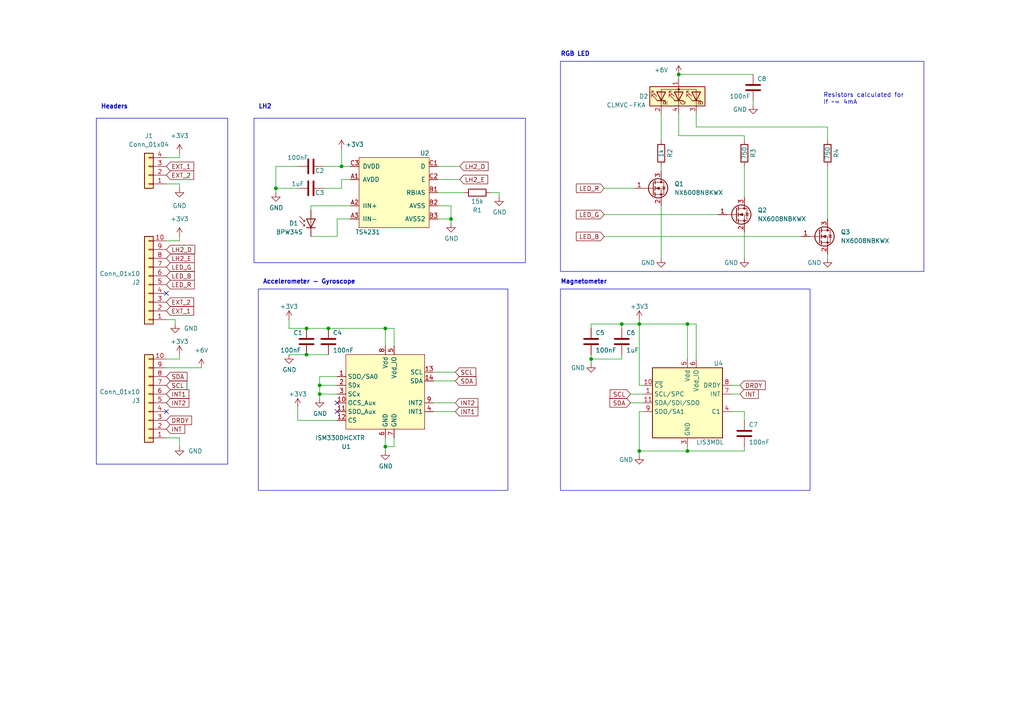
<source format=kicad_sch>
(kicad_sch (version 20230121) (generator eeschema)
  (paper "A4")
  (title_block (title "DotBot lighthouse shield") (date "2023-06-09") (rev "0.1.0") (company "Inria"))
  (lib_symbols
    (symbol "Connector_Generic:Conn_01x04" (pin_names (offset 1.016) hide)
      (property "Reference" "J" (at 0 5.08 0))
      (property "Value" "Conn_01x04" (at 0 -7.62 0))
      (symbol "Conn_01x04_1_1"
        (rectangle (start -1.27 -4.953) (end 0 -5.207) (stroke (width 0.1524)))
        (rectangle (start -1.27 -2.413) (end 0 -2.667) (stroke (width 0.1524)))
        (rectangle (start -1.27 0.127) (end 0 -0.127) (stroke (width 0.1524)))
        (rectangle (start -1.27 2.667) (end 0 2.413) (stroke (width 0.1524)))
        (rectangle (start -1.27 3.81) (end 1.27 -6.35) (stroke (width 0.254)) (fill (type background)))
        (pin passive line (at -5.08 2.54 0) (length 3.81) (name "Pin_1") (number "1"))
        (pin passive line (at -5.08 0 0) (length 3.81) (name "Pin_2") (number "2"))
        (pin passive line (at -5.08 -2.54 0) (length 3.81) (name "Pin_3") (number "3"))
        (pin passive line (at -5.08 -5.08 0) (length 3.81) (name "Pin_4") (number "4"))
      )
    )
    (symbol "Connector_Generic:Conn_01x10" (pin_names (offset 1.016) hide)
      (property "Reference" "J" (at 0 12.7 0))
      (property "Value" "Conn_01x10" (at 0 -15.24 0))
      (symbol "Conn_01x10_1_1"
        (rectangle (start -1.27 -12.573) (end 0 -12.827) (stroke (width 0.1524)))
        (rectangle (start -1.27 -10.033) (end 0 -10.287) (stroke (width 0.1524)))
        (rectangle (start -1.27 -7.493) (end 0 -7.747) (stroke (width 0.1524)))
        (rectangle (start -1.27 -4.953) (end 0 -5.207) (stroke (width 0.1524)))
        (rectangle (start -1.27 -2.413) (end 0 -2.667) (stroke (width 0.1524)))
        (rectangle (start -1.27 0.127) (end 0 -0.127) (stroke (width 0.1524)))
        (rectangle (start -1.27 2.667) (end 0 2.413) (stroke (width 0.1524)))
        (rectangle (start -1.27 5.207) (end 0 4.953) (stroke (width 0.1524)))
        (rectangle (start -1.27 7.747) (end 0 7.493) (stroke (width 0.1524)))
        (rectangle (start -1.27 10.287) (end 0 10.033) (stroke (width 0.1524)))
        (rectangle (start -1.27 11.43) (end 1.27 -13.97) (stroke (width 0.254)) (fill (type background)))
        (pin passive line (at -5.08 10.16 0) (length 3.81) (name "Pin_1") (number "1"))
        (pin passive line (at -5.08 -12.7 0) (length 3.81) (name "Pin_10") (number "10"))
        (pin passive line (at -5.08 7.62 0) (length 3.81) (name "Pin_2") (number "2"))
        (pin passive line (at -5.08 5.08 0) (length 3.81) (name "Pin_3") (number "3"))
        (pin passive line (at -5.08 2.54 0) (length 3.81) (name "Pin_4") (number "4"))
        (pin passive line (at -5.08 0 0) (length 3.81) (name "Pin_5") (number "5"))
        (pin passive line (at -5.08 -2.54 0) (length 3.81) (name "Pin_6") (number "6"))
        (pin passive line (at -5.08 -5.08 0) (length 3.81) (name "Pin_7") (number "7"))
        (pin passive line (at -5.08 -7.62 0) (length 3.81) (name "Pin_8") (number "8"))
        (pin passive line (at -5.08 -10.16 0) (length 3.81) (name "Pin_9") (number "9"))
      )
    )
    (symbol "Device:C" (pin_numbers hide) (pin_names (offset 0.254))
      (property "Reference" "C" (at 0.635 2.54 0))
      (property "Value" "C" (at 0.635 -2.54 0))
      (symbol "C_0_1"
        (polyline (pts (xy -2.032 -0.762) (xy 2.032 -0.762)) (stroke (width 0.508)))
        (polyline (pts (xy -2.032 0.762) (xy 2.032 0.762)) (stroke (width 0.508)))
      )
      (symbol "C_1_1"
        (pin passive line (at 0 3.81 270) (length 2.794) (name "~") (number "1"))
        (pin passive line (at 0 -3.81 90) (length 2.794) (name "~") (number "2"))
      )
    )
    (symbol "Device:D_Photo" (pin_numbers hide) (pin_names hide)
      (property "Reference" "D" (at 0.508 1.778 0))
      (property "Value" "D_Photo" (at -1.016 -2.794 0))
      (symbol "D_Photo_0_1"
        (polyline (pts (xy -2.54 1.27) (xy -2.54 -1.27)) (stroke (width 0.254)))
        (polyline (pts (xy -2.032 1.778) (xy -1.524 1.778)))
        (polyline (pts (xy 0 0) (xy -2.54 0)))
        (polyline (pts (xy -0.508 3.302) (xy -2.032 1.778) (xy -2.032 2.286)))
        (polyline (pts (xy 0 -1.27) (xy 0 1.27) (xy -2.54 0) (xy 0 -1.27)) (stroke (width 0.254)))
        (polyline (pts (xy 0.762 3.302) (xy -0.762 1.778) (xy -0.762 2.286) (xy -0.762 1.778) (xy -0.254 1.778)))
      )
      (symbol "D_Photo_1_1"
        (pin passive line (at -5.08 0 0) (length 2.54) (name "K") (number "1"))
        (pin passive line (at 2.54 0 180) (length 2.54) (name "A") (number "2"))
      )
    )
    (symbol "Device:LED_ARBG" (pin_names (offset 0) hide)
      (property "Reference" "D" (at 0 9.398 0))
      (property "Value" "LED_ARBG" (at 0 -8.89 0))
      (symbol "LED_ARBG_0_0"
        (text "B" (at -1.905 -6.35 0) (effects (font (size 1.27 1.27))))
        (text "G" (at -1.905 -1.27 0) (effects (font (size 1.27 1.27))))
        (text "R" (at -1.905 3.81 0) (effects (font (size 1.27 1.27))))
      )
      (symbol "LED_ARBG_0_1"
        (polyline (pts (xy -1.27 -5.08) (xy -2.54 -5.08)))
        (polyline (pts (xy -1.27 -5.08) (xy 1.27 -5.08)))
        (polyline (pts (xy -1.27 -3.81) (xy -1.27 -6.35)) (stroke (width 0.254)))
        (polyline (pts (xy -1.27 0) (xy -2.54 0)))
        (polyline (pts (xy -1.27 1.27) (xy -1.27 -1.27)) (stroke (width 0.254)))
        (polyline (pts (xy -1.27 5.08) (xy -2.54 5.08)))
        (polyline (pts (xy -1.27 5.08) (xy 1.27 5.08)))
        (polyline (pts (xy -1.27 6.35) (xy -1.27 3.81)) (stroke (width 0.254)))
        (polyline (pts (xy 1.27 0) (xy -1.27 0)))
        (polyline (pts (xy 1.27 0) (xy 2.54 0)))
        (polyline (pts (xy -1.27 1.27) (xy -1.27 -1.27) (xy -1.27 -1.27)))
        (polyline (pts (xy -1.27 6.35) (xy -1.27 3.81) (xy -1.27 3.81)))
        (polyline (pts (xy 1.27 -5.08) (xy 2.032 -5.08) (xy 2.032 5.08) (xy 1.27 5.08)))
        (polyline (pts (xy 1.27 -3.81) (xy 1.27 -6.35) (xy -1.27 -5.08) (xy 1.27 -3.81)) (stroke (width 0.254)))
        (polyline (pts (xy 1.27 1.27) (xy 1.27 -1.27) (xy -1.27 0) (xy 1.27 1.27)) (stroke (width 0.254)))
        (polyline (pts (xy 1.27 6.35) (xy 1.27 3.81) (xy -1.27 5.08) (xy 1.27 6.35)) (stroke (width 0.254)))
        (polyline (pts (xy -1.016 -3.81) (xy 0.508 -2.286) (xy -0.254 -2.286) (xy 0.508 -2.286) (xy 0.508 -3.048)))
        (polyline (pts (xy -1.016 1.27) (xy 0.508 2.794) (xy -0.254 2.794) (xy 0.508 2.794) (xy 0.508 2.032)))
        (polyline (pts (xy -1.016 6.35) (xy 0.508 7.874) (xy -0.254 7.874) (xy 0.508 7.874) (xy 0.508 7.112)))
        (polyline (pts (xy 0 -3.81) (xy 1.524 -2.286) (xy 0.762 -2.286) (xy 1.524 -2.286) (xy 1.524 -3.048)))
        (polyline (pts (xy 0 1.27) (xy 1.524 2.794) (xy 0.762 2.794) (xy 1.524 2.794) (xy 1.524 2.032)))
        (polyline (pts (xy 0 6.35) (xy 1.524 7.874) (xy 0.762 7.874) (xy 1.524 7.874) (xy 1.524 7.112)))
        (rectangle (start 1.27 -1.27) (end 1.27 1.27))
        (rectangle (start 1.27 1.27) (end 1.27 1.27))
        (rectangle (start 1.27 3.81) (end 1.27 6.35))
        (rectangle (start 1.27 6.35) (end 1.27 6.35))
        (circle (center 2.032 0) (radius 0.254) (fill (type outline)))
        (rectangle (start 2.794 8.382) (end -2.794 -7.62) (stroke (width 0.254)) (fill (type background)))
      )
      (symbol "LED_ARBG_1_1"
        (pin passive line (at 5.08 0 180) (length 2.54) (name "A") (number "1"))
        (pin passive line (at -5.08 5.08 0) (length 2.54) (name "RK") (number "2"))
        (pin passive line (at -5.08 -5.08 0) (length 2.54) (name "BK") (number "3"))
        (pin passive line (at -5.08 0 0) (length 2.54) (name "GK") (number "4"))
      )
    )
    (symbol "Device:Q_NMOS_GSD" (pin_names (offset 0) hide)
      (property "Reference" "Q" (at 5.08 1.27 0))
      (property "Value" "Q_NMOS_GSD" (at 5.08 -1.27 0))
      (symbol "Q_NMOS_GSD_0_1"
        (polyline (pts (xy 0.254 0) (xy -2.54 0)))
        (polyline (pts (xy 0.254 1.905) (xy 0.254 -1.905)) (stroke (width 0.254)))
        (polyline (pts (xy 0.762 -1.27) (xy 0.762 -2.286)) (stroke (width 0.254)))
        (polyline (pts (xy 0.762 0.508) (xy 0.762 -0.508)) (stroke (width 0.254)))
        (polyline (pts (xy 0.762 2.286) (xy 0.762 1.27)) (stroke (width 0.254)))
        (polyline (pts (xy 2.54 2.54) (xy 2.54 1.778)))
        (polyline (pts (xy 2.54 -2.54) (xy 2.54 0) (xy 0.762 0)))
        (polyline (pts (xy 0.762 -1.778) (xy 3.302 -1.778) (xy 3.302 1.778) (xy 0.762 1.778)))
        (polyline (pts (xy 1.016 0) (xy 2.032 0.381) (xy 2.032 -0.381) (xy 1.016 0)) (fill (type outline)))
        (polyline (pts (xy 2.794 0.508) (xy 2.921 0.381) (xy 3.683 0.381) (xy 3.81 0.254)))
        (polyline (pts (xy 3.302 0.381) (xy 2.921 -0.254) (xy 3.683 -0.254) (xy 3.302 0.381)))
        (circle (center 1.651 0) (radius 2.794) (stroke (width 0.254)))
        (circle (center 2.54 -1.778) (radius 0.254) (fill (type outline)))
        (circle (center 2.54 1.778) (radius 0.254) (fill (type outline)))
      )
      (symbol "Q_NMOS_GSD_1_1"
        (pin input line (at -5.08 0 0) (length 2.54) (name "G") (number "1"))
        (pin passive line (at 2.54 -5.08 90) (length 2.54) (name "S") (number "2"))
        (pin passive line (at 2.54 5.08 270) (length 2.54) (name "D") (number "3"))
      )
    )
    (symbol "Device:R" (pin_numbers hide) (pin_names (offset 0))
      (property "Reference" "R" (at 2.032 0 90))
      (property "Value" "R" (at 0 0 90))
      (symbol "R_0_1"
        (rectangle (start -1.016 -2.54) (end 1.016 2.54) (stroke (width 0.254)))
      )
      (symbol "R_1_1"
        (pin passive line (at 0 3.81 270) (length 1.27) (name "~") (number "1"))
        (pin passive line (at 0 -3.81 90) (length 1.27) (name "~") (number "2"))
      )
    )
    (symbol "DotBot:ISM330DHCXTR"
      (property "Reference" "U" (at -8.89 11.43 0))
      (property "Value" "ISM330DHCXTR" (at -7.62 -13.97 0))
      (symbol "ISM330DHCXTR_0_0"
        (pin output line (at -12.7 3.81 0) (length 2.54) (name "SDO/SA0") (number "1"))
        (pin unspecified line (at -12.7 -3.81 0) (length 2.54) (name "OCS_Aux") (number "10"))
        (pin unspecified line (at -12.7 -6.35 0) (length 2.54) (name "SDO_Aux") (number "11"))
        (pin input line (at -12.7 -8.89 0) (length 2.54) (name "CS") (number "12"))
        (pin input line (at 15.24 5.08 180) (length 2.54) (name "SCL") (number "13"))
        (pin bidirectional line (at 15.24 2.54 180) (length 2.54) (name "SDA") (number "14"))
        (pin output line (at -12.7 1.27 0) (length 2.54) (name "SDx") (number "2"))
        (pin output line (at -12.7 -1.27 0) (length 2.54) (name "SCx") (number "3"))
        (pin output line (at 15.24 -6.35 180) (length 2.54) (name "INT1") (number "4"))
        (pin passive line (at 3.81 12.7 270) (length 2.54) (name "Vdd_IO") (number "5"))
        (pin passive line (at 1.27 -13.97 90) (length 2.54) (name "GND") (number "6"))
        (pin passive line (at 3.81 -13.97 90) (length 2.54) (name "GND") (number "7"))
        (pin passive line (at 1.27 12.7 270) (length 2.54) (name "Vdd") (number "8"))
        (pin output line (at 15.24 -3.81 180) (length 2.54) (name "INT2") (number "9"))
      )
      (symbol "ISM330DHCXTR_0_1"
        (rectangle (start -10.16 10.16) (end 12.7 -11.43) (fill (type background)))
      )
    )
    (symbol "DotBot:TS4231" (pin_names (offset 1.016))
      (property "Reference" "U" (at 2.54 -1.27 0))
      (property "Value" "TS4231" (at -12.7 -24.13 0))
      (symbol "TS4231_0_1"
        (rectangle (start 3.81 -2.54) (end -16.51 -22.86) (fill (type background)))
      )
      (symbol "TS4231_1_1"
        (pin power_in line (at -19.05 -8.89 0) (length 2.54) (name "AVDD") (number "A1"))
        (pin input line (at -19.05 -16.51 0) (length 2.54) (name "IIN+") (number "A2"))
        (pin input line (at -19.05 -20.32 0) (length 2.54) (name "IIN-") (number "A3"))
        (pin passive line (at 6.35 -12.7 180) (length 2.54) (name "RBIAS") (number "B1"))
        (pin power_in line (at 6.35 -16.51 180) (length 2.54) (name "AVSS") (number "B2"))
        (pin power_in line (at 6.35 -20.32 180) (length 2.54) (name "AVSS2") (number "B3"))
        (pin bidirectional line (at 6.35 -5.08 180) (length 2.54) (name "D") (number "C1"))
        (pin bidirectional line (at 6.35 -8.89 180) (length 2.54) (name "E") (number "C2"))
        (pin power_in line (at -19.05 -5.08 0) (length 2.54) (name "DVDD") (number "C3"))
      )
    )
    (symbol "OLIMEX_Power:+3.3V" (power) (pin_names (offset 0))
      (property "Value" "+3.3V" (at 0 3.556 0))
      (symbol "+3.3V_0_1"
        (polyline (pts (xy -0.762 1.27) (xy 0 2.54)))
        (polyline (pts (xy 0 0) (xy 0 2.54)))
        (polyline (pts (xy 0 2.54) (xy 0.762 1.27)))
      )
      (symbol "+3.3V_1_1"
        (pin power_in line (at 0 0 90) (length 0) hide (name "+3V3") (number "1"))
      )
    )
    (symbol "OLIMEX_Power:+6V" (power) (pin_names (offset 0))
      (property "Value" "+6V" (at 0 3.556 0))
      (symbol "+6V_0_1"
        (polyline (pts (xy -0.762 1.27) (xy 0 2.54)))
        (polyline (pts (xy 0 0) (xy 0 2.54)))
        (polyline (pts (xy 0 2.54) (xy 0.762 1.27)))
      )
      (symbol "+6V_1_1"
        (pin power_in line (at 0 0 90) (length 0) hide (name "+6V") (number "1"))
      )
    )
    (symbol "OLIMEX_Power:GND" (power) (pin_names (offset 0))
      (property "Value" "GND" (at 0 -3.81 0))
      (symbol "GND_0_1"
        (polyline (pts (xy 0 0) (xy 0 -1.27) (xy 1.27 -1.27) (xy 0 -2.54) (xy -1.27 -1.27) (xy 0 -1.27)))
      )
      (symbol "GND_1_1"
        (pin power_in line (at 0 0 270) (length 0) hide (name "GND") (number "1"))
      )
    )
    (symbol "Sensor_Magnetic:LIS3MDL"
      (property "Reference" "U" (at -8.89 11.43 0))
      (property "Value" "LIS3MDL" (at 7.62 11.43 0))
      (symbol "LIS3MDL_0_1"
        (rectangle (start -10.16 10.16) (end 10.16 -10.16) (stroke (width 0.254)) (fill (type background)))
      )
      (symbol "LIS3MDL_1_1"
        (pin input line (at -12.7 2.54 0) (length 2.54) (name "SCL/SPC") (number "1"))
        (pin input line (at -12.7 5.08 0) (length 2.54) (name "~{CS}") (number "10"))
        (pin bidirectional line (at -12.7 0 0) (length 2.54) (name "SDA/SDI/SDO") (number "11"))
        (pin passive line (at 0 -12.7 90) (length 2.54) hide (name "GND") (number "12"))
        (pin passive line (at 0 -12.7 90) (length 2.54) hide (name "GND") (number "2"))
        (pin power_in line (at 0 -12.7 90) (length 2.54) (name "GND") (number "3"))
        (pin power_out line (at 12.7 -2.54 180) (length 2.54) (name "C1") (number "4"))
        (pin power_in line (at 0 12.7 270) (length 2.54) (name "Vdd") (number "5"))
        (pin power_in line (at 2.54 12.7 270) (length 2.54) (name "Vdd_IO") (number "6"))
        (pin output line (at 12.7 2.54 180) (length 2.54) (name "INT") (number "7"))
        (pin output line (at 12.7 5.08 180) (length 2.54) (name "DRDY") (number "8"))
        (pin bidirectional line (at -12.7 -2.54 0) (length 2.54) (name "SDO/SA1") (number "9"))
      )
    )
    (symbol "power:+3.3V" (power) (pin_names (offset 0))
      (property "Value" "+3.3V" (at 0 3.556 0))
      (symbol "+3.3V_0_1"
        (polyline (pts (xy -0.762 1.27) (xy 0 2.54)))
        (polyline (pts (xy 0 0) (xy 0 2.54)))
        (polyline (pts (xy 0 2.54) (xy 0.762 1.27)))
      )
      (symbol "+3.3V_1_1"
        (pin power_in line (at 0 0 90) (length 0) hide (name "+3V3") (number "1"))
      )
    )
    (symbol "power:GND" (power) (pin_names (offset 0))
      (property "Value" "GND" (at 0 -3.81 0))
      (symbol "GND_0_1"
        (polyline (pts (xy 0 0) (xy 0 -1.27) (xy 1.27 -1.27) (xy 0 -2.54) (xy -1.27 -1.27) (xy 0 -1.27)))
      )
      (symbol "GND_1_1"
        (pin power_in line (at 0 0 270) (length 0) hide (name "GND") (number "1"))
      )
    )
  )
  (junction (at 88.9 102.87))
  (junction (at 196.85 21.59))
  (junction (at 199.39 130.81))
  (junction (at 99.06 48.26))
  (junction (at 80.01 54.61))
  (junction (at 171.45 104.14))
  (junction (at 185.42 130.81))
  (junction (at 92.71 114.3))
  (junction (at 199.39 93.98))
  (junction (at 92.71 111.76))
  (junction (at 88.9 95.25))
  (junction (at 95.25 95.25))
  (junction (at 111.76 95.25))
  (junction (at 130.81 63.5))
  (junction (at 180.34 93.98))
  (junction (at 185.42 93.98))
  (junction (at 111.76 129.54))
  (no_connect (at 48.26 85.09))
  (no_connect (at 48.26 119.38))
  (no_connect (at 97.79 119.38))
  (no_connect (at 97.79 116.84))
  (wire (pts (xy 88.9 102.87) (xy 95.25 102.87)))
  (wire (pts (xy 52.07 69.85) (xy 52.07 68.58)))
  (wire (pts (xy 186.69 119.38) (xy 185.42 119.38)))
  (wire (pts (xy 95.25 95.25) (xy 111.76 95.25)))
  (wire (pts (xy 127 48.26) (xy 133.35 48.26)))
  (wire (pts (xy 185.42 111.76) (xy 186.69 111.76)))
  (wire (pts (xy 180.34 93.98) (xy 185.42 93.98)))
  (wire (pts (xy 90.17 60.96) (xy 90.17 59.69)))
  (wire (pts (xy 80.01 54.61) (xy 86.36 54.61)))
  (wire (pts (xy 48.26 92.71) (xy 50.8 92.71)))
  (wire (pts (xy 191.77 59.69) (xy 191.77 74.93)))
  (wire (pts (xy 80.01 54.61) (xy 80.01 48.26)))
  (wire (pts (xy 93.98 54.61) (xy 99.06 54.61)))
  (wire (pts (xy 114.3 129.54) (xy 111.76 129.54)))
  (wire (pts (xy 99.06 54.61) (xy 99.06 52.07)))
  (wire (pts (xy 97.79 109.22) (xy 92.71 109.22)))
  (wire (pts (xy 92.71 115.57) (xy 92.71 114.3)))
  (wire (pts (xy 114.3 100.33) (xy 114.3 95.25)))
  (wire (pts (xy 83.82 95.25) (xy 88.9 95.25)))
  (wire (pts (xy 175.26 62.23) (xy 208.28 62.23)))
  (wire (pts (xy 215.9 130.81) (xy 215.9 129.54)))
  (wire (pts (xy 182.88 114.3) (xy 186.69 114.3)))
  (wire (pts (xy 185.42 111.76) (xy 185.42 93.98)))
  (wire (pts (xy 48.26 45.72) (xy 52.07 45.72)))
  (wire (pts (xy 111.76 129.54) (xy 111.76 130.81)))
  (wire (pts (xy 185.42 132.08) (xy 185.42 130.81)))
  (wire (pts (xy 52.07 127) (xy 52.07 129.54)))
  (wire (pts (xy 92.71 114.3) (xy 97.79 114.3)))
  (wire (pts (xy 196.85 21.59) (xy 196.85 22.86)))
  (wire (pts (xy 127 55.88) (xy 134.62 55.88)))
  (wire (pts (xy 111.76 95.25) (xy 111.76 100.33)))
  (wire (pts (xy 88.9 95.25) (xy 95.25 95.25)))
  (wire (pts (xy 80.01 48.26) (xy 86.36 48.26)))
  (wire (pts (xy 199.39 129.54) (xy 199.39 130.81)))
  (wire (pts (xy 114.3 127) (xy 114.3 129.54)))
  (wire (pts (xy 240.03 73.66) (xy 240.03 74.93)))
  (wire (pts (xy 52.07 45.72) (xy 52.07 44.45)))
  (wire (pts (xy 180.34 95.25) (xy 180.34 93.98)))
  (wire (pts (xy 52.07 53.34) (xy 52.07 54.61)))
  (wire (pts (xy 48.26 69.85) (xy 52.07 69.85)))
  (wire (pts (xy 215.9 67.31) (xy 215.9 74.93)))
  (wire (pts (xy 201.93 33.02) (xy 201.93 36.83)))
  (wire (pts (xy 130.81 63.5) (xy 130.81 64.77)))
  (wire (pts (xy 212.09 111.76) (xy 214.63 111.76)))
  (wire (pts (xy 218.44 21.59) (xy 196.85 21.59)))
  (wire (pts (xy 130.81 59.69) (xy 130.81 63.5)))
  (wire (pts (xy 125.73 119.38) (xy 132.08 119.38)))
  (wire (pts (xy 215.9 48.26) (xy 215.9 57.15)))
  (wire (pts (xy 97.79 68.58) (xy 97.79 63.5)))
  (wire (pts (xy 99.06 43.18) (xy 99.06 48.26)))
  (wire (pts (xy 52.07 104.14) (xy 52.07 102.87)))
  (wire (pts (xy 196.85 33.02) (xy 196.85 39.37)))
  (wire (pts (xy 185.42 119.38) (xy 185.42 130.81)))
  (wire (pts (xy 199.39 93.98) (xy 201.93 93.98)))
  (wire (pts (xy 83.82 92.71) (xy 83.82 95.25)))
  (wire (pts (xy 212.09 119.38) (xy 215.9 119.38)))
  (wire (pts (xy 196.85 39.37) (xy 215.9 39.37)))
  (wire (pts (xy 171.45 93.98) (xy 180.34 93.98)))
  (wire (pts (xy 191.77 48.26) (xy 191.77 49.53)))
  (wire (pts (xy 175.26 68.58) (xy 232.41 68.58)))
  (wire (pts (xy 93.98 48.26) (xy 99.06 48.26)))
  (wire (pts (xy 114.3 95.25) (xy 111.76 95.25)))
  (wire (pts (xy 90.17 59.69) (xy 101.6 59.69)))
  (wire (pts (xy 180.34 102.87) (xy 180.34 104.14)))
  (wire (pts (xy 48.26 106.68) (xy 58.42 106.68)))
  (wire (pts (xy 86.36 121.92) (xy 86.36 118.11)))
  (wire (pts (xy 171.45 102.87) (xy 171.45 104.14)))
  (wire (pts (xy 201.93 36.83) (xy 240.03 36.83)))
  (wire (pts (xy 97.79 63.5) (xy 101.6 63.5)))
  (wire (pts (xy 185.42 92.71) (xy 185.42 93.98)))
  (wire (pts (xy 99.06 48.26) (xy 101.6 48.26)))
  (wire (pts (xy 215.9 130.81) (xy 199.39 130.81)))
  (wire (pts (xy 50.8 92.71) (xy 50.8 93.98)))
  (wire (pts (xy 92.71 109.22) (xy 92.71 111.76)))
  (wire (pts (xy 215.9 39.37) (xy 215.9 40.64)))
  (wire (pts (xy 125.73 110.49) (xy 132.08 110.49)))
  (wire (pts (xy 86.36 121.92) (xy 97.79 121.92)))
  (wire (pts (xy 175.26 54.61) (xy 184.15 54.61)))
  (wire (pts (xy 80.01 55.88) (xy 80.01 54.61)))
  (wire (pts (xy 212.09 114.3) (xy 214.63 114.3)))
  (wire (pts (xy 218.44 29.21) (xy 218.44 30.48)))
  (wire (pts (xy 127 52.07) (xy 133.35 52.07)))
  (wire (pts (xy 144.78 55.88) (xy 144.78 57.15)))
  (wire (pts (xy 48.26 53.34) (xy 52.07 53.34)))
  (wire (pts (xy 171.45 95.25) (xy 171.45 93.98)))
  (wire (pts (xy 215.9 119.38) (xy 215.9 121.92)))
  (wire (pts (xy 125.73 107.95) (xy 132.08 107.95)))
  (wire (pts (xy 127 63.5) (xy 130.81 63.5)))
  (wire (pts (xy 185.42 130.81) (xy 199.39 130.81)))
  (wire (pts (xy 182.88 116.84) (xy 186.69 116.84)))
  (wire (pts (xy 83.82 102.87) (xy 88.9 102.87)))
  (wire (pts (xy 90.17 68.58) (xy 97.79 68.58)))
  (wire (pts (xy 199.39 93.98) (xy 199.39 104.14)))
  (wire (pts (xy 92.71 111.76) (xy 92.71 114.3)))
  (wire (pts (xy 142.24 55.88) (xy 144.78 55.88)))
  (wire (pts (xy 127 59.69) (xy 130.81 59.69)))
  (wire (pts (xy 201.93 104.14) (xy 201.93 93.98)))
  (wire (pts (xy 97.79 111.76) (xy 92.71 111.76)))
  (wire (pts (xy 125.73 116.84) (xy 132.08 116.84)))
  (wire (pts (xy 111.76 127) (xy 111.76 129.54)))
  (wire (pts (xy 48.26 104.14) (xy 52.07 104.14)))
  (wire (pts (xy 99.06 52.07) (xy 101.6 52.07)))
  (wire (pts (xy 240.03 36.83) (xy 240.03 40.64)))
  (wire (pts (xy 185.42 93.98) (xy 199.39 93.98)))
  (wire (pts (xy 180.34 104.14) (xy 171.45 104.14)))
  (wire (pts (xy 191.77 33.02) (xy 191.77 40.64)))
  (wire (pts (xy 171.45 104.14) (xy 171.45 105.41)))
  (wire (pts (xy 240.03 48.26) (xy 240.03 63.5)))
  (wire (pts (xy 48.26 127) (xy 52.07 127)))
  (rectangle (start 162.56 17.78) (end 267.97 78.74))
  (rectangle (start 162.56 83.82) (end 234.95 142.24))
  (rectangle (start 74.93 83.82) (end 147.32 142.24))
  (rectangle (start 27.94 34.29) (end 66.04 134.62))
  (rectangle (start 73.66 34.29) (end 152.4 76.2))
  (text "Headers" (at 29.21 31.75 0) (effects (font (size 1.27 1.27) (thickness 0.254) bold) (justify left bottom)))
  (text "Resistors calculated for\nIf ~= 4mA" (at 238.76 30.48 0) (effects (font (size 1.27 1.27)) (justify left bottom)))
  (text "RGB LED" (at 162.56 16.51 0) (effects (font (size 1.27 1.27) (thickness 0.254) bold) (justify left bottom)))
  (text "LH2" (at 74.93 31.75 0) (effects (font (size 1.27 1.27) (thickness 0.254) bold) (justify left bottom)))
  (text "Accelerometer - Gyroscope" (at 76.2 82.55 0) (effects (font (size 1.27 1.27) (thickness 0.254) bold) (justify left bottom)))
  (text "Magnetometer" (at 162.56 82.55 0) (effects (font (size 1.27 1.27) (thickness 0.254) bold) (justify left bottom)))
  (global_label "INT1" (shape input) (at 132.08 119.38 0) (property "Intersheetrefs" "${INTERSHEET_REFS}" (effects hide)))
  (global_label "LED_B" (shape input) (at 175.26 68.58 180) (property "Intersheetrefs" "${INTERSHEET_REFS}" (effects hide)))
  (global_label "LED_R" (shape input) (at 48.26 82.55 0) (property "Intersheetrefs" "${INTERSHEET_REFS}" (effects hide)))
  (global_label "SCL" (shape input) (at 182.88 114.3 180) (property "Intersheetrefs" "${INTERSHEET_REFS}" (effects hide)))
  (global_label "LH2_E" (shape input) (at 133.35 52.07 0) (property "Intersheetrefs" "${INTERSHEET_REFS}" (effects hide)))
  (global_label "SDA" (shape input) (at 132.08 110.49 0) (property "Intersheetrefs" "${INTERSHEET_REFS}" (effects hide)))
  (global_label "INT" (shape input) (at 48.26 124.46 0) (property "Intersheetrefs" "${INTERSHEET_REFS}" (effects hide)))
  (global_label "EXT_1" (shape input) (at 48.26 90.17 0) (property "Intersheetrefs" "${INTERSHEET_REFS}" (effects hide)))
  (global_label "DRDY" (shape input) (at 214.63 111.76 0) (property "Intersheetrefs" "${INTERSHEET_REFS}" (effects hide)))
  (global_label "DRDY" (shape input) (at 48.26 121.92 0) (property "Intersheetrefs" "${INTERSHEET_REFS}" (effects hide)))
  (global_label "LH2_E" (shape input) (at 48.26 74.93 0) (property "Intersheetrefs" "${INTERSHEET_REFS}" (effects hide)))
  (global_label "SDA" (shape input) (at 182.88 116.84 180) (property "Intersheetrefs" "${INTERSHEET_REFS}" (effects hide)))
  (global_label "LED_G" (shape input) (at 175.26 62.23 180) (property "Intersheetrefs" "${INTERSHEET_REFS}" (effects hide)))
  (global_label "INT2" (shape input) (at 132.08 116.84 0) (property "Intersheetrefs" "${INTERSHEET_REFS}" (effects hide)))
  (global_label "EXT_1" (shape input) (at 48.26 48.26 0) (property "Intersheetrefs" "${INTERSHEET_REFS}" (effects hide)))
  (global_label "LED_G" (shape input) (at 48.26 77.47 0) (property "Intersheetrefs" "${INTERSHEET_REFS}" (effects hide)))
  (global_label "LH2_D" (shape input) (at 48.26 72.39 0) (property "Intersheetrefs" "${INTERSHEET_REFS}" (effects hide)))
  (global_label "LED_B" (shape input) (at 48.26 80.01 0) (property "Intersheetrefs" "${INTERSHEET_REFS}" (effects hide)))
  (global_label "INT" (shape input) (at 214.63 114.3 0) (property "Intersheetrefs" "${INTERSHEET_REFS}" (effects hide)))
  (global_label "INT1" (shape input) (at 48.26 114.3 0) (property "Intersheetrefs" "${INTERSHEET_REFS}" (effects hide)))
  (global_label "LH2_D" (shape input) (at 133.35 48.26 0) (property "Intersheetrefs" "${INTERSHEET_REFS}" (effects hide)))
  (global_label "INT2" (shape input) (at 48.26 116.84 0) (property "Intersheetrefs" "${INTERSHEET_REFS}" (effects hide)))
  (global_label "SCL" (shape input) (at 48.26 111.76 0) (property "Intersheetrefs" "${INTERSHEET_REFS}" (effects hide)))
  (global_label "LED_R" (shape input) (at 175.26 54.61 180) (property "Intersheetrefs" "${INTERSHEET_REFS}" (effects hide)))
  (global_label "SCL" (shape input) (at 132.08 107.95 0) (property "Intersheetrefs" "${INTERSHEET_REFS}" (effects hide)))
  (global_label "SDA" (shape input) (at 48.26 109.22 0) (property "Intersheetrefs" "${INTERSHEET_REFS}" (effects hide)))
  (global_label "EXT_2" (shape input) (at 48.26 87.63 0) (property "Intersheetrefs" "${INTERSHEET_REFS}" (effects hide)))
  (global_label "EXT_2" (shape input) (at 48.26 50.8 0) (property "Intersheetrefs" "${INTERSHEET_REFS}" (effects hide)))
  (symbol (lib_id "Device:C") (at 180.34 99.06 0) (unit 1)
    (property "Reference" "C6" (at 181.61 96.52 0) (effects (justify left)))
    (property "Value" "1uF" (at 181.61 101.6 0) (effects (justify left)))
    (property "Footprint" "Capacitor_SMD:C_0603_1608Metric" (effects hide))
    (property "Datasheet" "https://media.digikey.com/pdf/Data%20Sheets/Samsung%20PDFs/CL10A105KA8NNNC_Spec.pdf" (effects hide))
    (property "Link" "https://www.digikey.fr/short/qjvrwt85" (effects hide))
    (property "Manufacturer" "Samsung Electro-Mechanics" (effects hide))
    (property "Mfr Part Number" "1276-1102-1-ND " (effects hide))
    (property "Price" "0.007" (effects hide))
    (property "AISLER_MPN" "CL10A105KA8NNNC" (effects hide))
  )
  (symbol (lib_id "OLIMEX_Power:GND") (at 50.8 93.98 0) (unit 1)
    (property "Reference" "#PWR01" (effects hide))
    (property "Value" "GND" (at 53.34 95.25 0) (effects (justify left)))
  )
  (symbol (lib_id "OLIMEX_Power:+3.3V") (at 52.07 68.58 0) (unit 1)
    (property "Reference" "#PWR04" (effects hide))
    (property "Value" "+3.3V" (at 52.07 63.5 0))
  )
  (symbol (lib_id "Device:LED_ARBG") (at 196.85 27.94 90) (unit 1)
    (property "Reference" "D2" (at 186.69 27.94 90))
    (property "Value" "CLMVC-FKA" (at 181.61 30.48 90))
    (property "Footprint" "LED_SMD:LED_Cree-PLCC4_2x2mm_CW" (effects hide))
    (property "Datasheet" "https://media.digikey.com/pdf/Data%20Sheets/CREE%20Power/CLMVC-FKA_Rev13_2021.pdf" (effects hide))
    (property "Link" "https://www.digikey.fr/short/ppj3nqm1" (effects hide))
    (property "Mfr Part Number" "CLMVC-FKA" (effects hide))
    (property "Price" "0.146" (effects hide))
  )
  (symbol (lib_id "OLIMEX_Power:+3.3V") (at 83.82 92.71 0) (unit 1)
    (property "Reference" "#PWR09" (effects hide))
    (property "Value" "+3.3V" (at 83.82 88.9 0))
  )
  (symbol (lib_id "power:GND") (at 130.81 64.77 0) (unit 1)
    (property "Reference" "#PWR015" (effects hide))
    (property "Value" "GND" (at 130.937 69.1642 0))
  )
  (symbol (lib_id "Connector_Generic:Conn_01x10") (at 43.18 116.84 180) (unit 1)
    (property "Reference" "J3" (at 40.64 116.205 0) (effects (justify left)))
    (property "Value" "Conn_01x10" (at 40.64 113.665 0) (effects (justify left)))
    (property "Footprint" "Connector_PinHeader_2.54mm:PinHeader_1x10_P2.54mm_Vertical" (effects hide))
    (property "Price" "0.0" (effects hide))
  )
  (symbol (lib_id "OLIMEX_Power:+6V") (at 196.85 21.59 0) (unit 1)
    (property "Reference" "#PWR021" (effects hide))
    (property "Value" "+6V" (at 191.77 20.32 0))
  )
  (symbol (lib_id "power:GND") (at 215.9 74.93 0) (unit 1)
    (property "Reference" "#PWR020" (effects hide))
    (property "Value" "GND" (at 212.09 76.2 0))
  )
  (symbol (lib_id "Device:C") (at 88.9 99.06 0) (unit 1)
    (property "Reference" "C1" (at 85.09 96.52 0) (effects (justify left)))
    (property "Value" "100nF" (at 81.28 101.6 0) (effects (justify left)))
    (property "Footprint" "Capacitor_SMD:C_0603_1608Metric" (effects hide))
    (property "Datasheet" "https://media.digikey.com/pdf/Data%20Sheets/Samsung%20PDFs/CL10B104KB8NNWC_Spec.pdf" (effects hide))
    (property "Link" "https://www.digikey.fr/short/pm3hbfq0" (effects hide))
    (property "Manufacturer" "Samsung Electro-Mechanics" (effects hide))
    (property "Mfr Part Number" "CL10B104KB8NNWC" (effects hide))
    (property "Price" "0.004" (effects hide))
    (property "AISLER_MPN" "CL10B104KB8NNWC" (effects hide))
  )
  (symbol (lib_id "OLIMEX_Power:+3.3V") (at 52.07 102.87 0) (unit 1)
    (property "Reference" "#PWR05" (effects hide))
    (property "Value" "+3.3V" (at 52.07 99.06 0))
  )
  (symbol (lib_id "Device:R") (at 138.43 55.88 270) (unit 1)
    (property "Reference" "R1" (at 138.43 60.96 90))
    (property "Value" "15k" (at 138.43 58.42 90))
    (property "Footprint" "Resistor_SMD:R_0603_1608Metric" (effects hide))
    (property "Datasheet" "https://www.yageo.com/upload/media/product/productsearch/datasheet/rchip/PYu-RC_Group_51_RoHS_L_11.pdf" (effects hide))
    (property "Link" "https://www.digikey.fr/short/nthnhmrc" (effects hide))
    (property "Mfr Part Number" "RC0603FR-0715KL" (effects hide))
    (property "Price" "0.0043" (effects hide))
  )
  (symbol (lib_id "power:GND") (at 144.78 57.15 0) (unit 1)
    (property "Reference" "#PWR016" (effects hide))
    (property "Value" "GND" (at 144.907 61.5442 0))
  )
  (symbol (lib_id "OLIMEX_Power:+3.3V") (at 52.07 44.45 0) (unit 1)
    (property "Reference" "#PWR02" (effects hide))
    (property "Value" "+3.3V" (at 52.07 39.37 0))
  )
  (symbol (lib_id "power:GND") (at 83.82 102.87 0) (unit 1)
    (property "Reference" "#PWR010" (effects hide))
    (property "Value" "GND" (at 83.947 107.2642 0))
  )
  (symbol (lib_id "Device:D_Photo") (at 90.17 63.5 90) (unit 1)
    (property "Reference" "D1" (at 83.82 64.77 90) (effects (justify right)))
    (property "Value" "BPW34S" (at 80.01 67.31 90) (effects (justify right)))
    (property "Footprint" "DotBot:BPW34" (effects hide))
    (property "Datasheet" "https://dammedia.osram.info/media/resource/hires/osram-dam-5488319/BPW%2034%20S_EN.pdf" (effects hide))
    (property "Link" "https://www.digikey.fr/short/r3bb20fw" (effects hide))
    (property "Mfr Part Number" "BPW 34 S-Z" (effects hide))
    (property "Price" "0.49" (effects hide))
  )
  (symbol (lib_id "Device:C") (at 95.25 99.06 0) (unit 1)
    (property "Reference" "C4" (at 96.52 96.52 0) (effects (justify left)))
    (property "Value" "100nF" (at 96.52 101.6 0) (effects (justify left)))
    (property "Footprint" "Capacitor_SMD:C_0603_1608Metric" (effects hide))
    (property "Datasheet" "https://media.digikey.com/pdf/Data%20Sheets/Samsung%20PDFs/CL10B104KB8NNWC_Spec.pdf" (effects hide))
    (property "Link" "https://www.digikey.fr/short/pm3hbfq0" (effects hide))
    (property "Manufacturer" "Samsung Electro-Mechanics" (effects hide))
    (property "Mfr Part Number" "CL10B104KB8NNWC" (effects hide))
    (property "Price" "0.004" (effects hide))
    (property "AISLER_MPN" "CL10B104KB8NNWC" (effects hide))
  )
  (symbol (lib_id "OLIMEX_Power:GND") (at 52.07 129.54 0) (unit 1)
    (property "Reference" "#PWR06" (effects hide))
    (property "Value" "GND" (at 54.61 130.81 0) (effects (justify left)))
  )
  (symbol (lib_id "DotBot:TS4231") (at 120.65 43.18 0) (unit 1)
    (property "Reference" "U2" (at 123.19 44.45 0))
    (property "Value" "TS4231" (at 106.68 67.31 0))
    (property "Footprint" "DotBot:TS4231" (effects hide))
    (property "Datasheet" "https://triadsemi.com/wp-content/uploads/2019/09/TS4231-Datasheet.pdf" (effects hide))
    (property "Link" "https://www.digikey.fr/short/92w80vrh" (effects hide))
    (property "Mfr Part Number" "TS4231" (effects hide))
    (property "Price" "0.945" (effects hide))
  )
  (symbol (lib_id "Device:Q_NMOS_GSD") (at 189.23 54.61 0) (unit 1)
    (property "Reference" "Q1" (at 195.58 53.34 0) (effects (justify left)))
    (property "Value" "NX6008NBKWX" (at 195.58 55.88 0) (effects (justify left)))
    (property "Footprint" "Package_TO_SOT_SMD:SOT-323_SC-70" (effects hide))
    (property "Datasheet" "https://assets.nexperia.com/documents/data-sheet/NX6008NBKW.pdf" (effects hide))
    (property "Link" "https://www.digikey.fr/short/t1h7z77b" (effects hide))
    (property "Manufacturer" "Nexperia USA Inc." (effects hide))
    (property "Mfr Part Number" "NX6008NBKWX" (effects hide))
  )
  (symbol (lib_id "Device:C") (at 171.45 99.06 0) (unit 1)
    (property "Reference" "C5" (at 172.72 96.52 0) (effects (justify left)))
    (property "Value" "100nF" (at 172.72 101.6 0) (effects (justify left)))
    (property "Footprint" "Capacitor_SMD:C_0603_1608Metric" (effects hide))
    (property "Datasheet" "https://media.digikey.com/pdf/Data%20Sheets/Samsung%20PDFs/CL10B104KB8NNWC_Spec.pdf" (effects hide))
    (property "Link" "https://www.digikey.fr/short/pm3hbfq0" (effects hide))
    (property "Manufacturer" "Samsung Electro-Mechanics" (effects hide))
    (property "Mfr Part Number" "CL10B104KB8NNWC" (effects hide))
    (property "Price" "0.004" (effects hide))
    (property "AISLER_MPN" "CL10B104KB8NNWC" (effects hide))
  )
  (symbol (lib_id "Device:Q_NMOS_GSD") (at 237.49 68.58 0) (unit 1)
    (property "Reference" "Q3" (at 243.84 67.31 0) (effects (justify left)))
    (property "Value" "NX6008NBKWX" (at 243.84 69.85 0) (effects (justify left)))
    (property "Footprint" "Package_TO_SOT_SMD:SOT-323_SC-70" (effects hide))
    (property "Datasheet" "https://assets.nexperia.com/documents/data-sheet/NX6008NBKW.pdf" (effects hide))
    (property "Link" "https://www.digikey.fr/short/t1h7z77b" (effects hide))
    (property "Manufacturer" "Nexperia USA Inc." (effects hide))
    (property "Mfr Part Number" "NX6008NBKWX" (effects hide))
  )
  (symbol (lib_id "Device:R") (at 240.03 44.45 180) (unit 1)
    (property "Reference" "R4" (at 242.57 44.45 90))
    (property "Value" "750" (at 240.03 44.45 90))
    (property "Footprint" "Resistor_SMD:R_0603_1608Metric" (effects hide))
    (property "Datasheet" "https://industrial.panasonic.com/cdbs/www-data/pdf/RDM0000/AOA0000C328.pdf" (effects hide))
    (property "Link" "https://www.digikey.fr/short/vzftpbc3" (effects hide))
    (property "Manufacturer" "YAGEO" (effects hide))
    (property "Mfr Part Number" "RC0603FR-07750RL" (effects hide))
    (property "Price" "0.19" (effects hide))
    (property "AISLER_MPN" "RC0603FR-07750RL" (effects hide))
  )
  (symbol (lib_id "Device:C") (at 218.44 25.4 0) (unit 1)
    (property "Reference" "C8" (at 220.98 22.86 0))
    (property "Value" "100nF" (at 214.63 27.94 0))
    (property "Footprint" "Capacitor_SMD:C_0603_1608Metric" (effects hide))
    (property "Datasheet" "https://media.digikey.com/pdf/Data%20Sheets/Samsung%20PDFs/CL10B104KB8NNWC_Spec.pdf" (effects hide))
    (property "Link" "https://www.digikey.fr/short/pm3hbfq0" (effects hide))
    (property "Mfr Part Number" "CL10B104KB8NNWC" (effects hide))
    (property "Price" "0.004" (effects hide))
    (property "AISLER_MPN" "CL10B104KB8NNWC" (effects hide))
    (property "Manufacturer" "Samsung Electro-Mechanics" (effects hide))
  )
  (symbol (lib_id "power:GND") (at 240.03 74.93 0) (unit 1)
    (property "Reference" "#PWR019" (effects hide))
    (property "Value" "GND" (at 236.22 76.2 0))
  )
  (symbol (lib_id "Device:C") (at 90.17 54.61 90) (unit 1)
    (property "Reference" "C3" (at 92.71 55.88 90))
    (property "Value" "1uF" (at 86.36 53.34 90))
    (property "Footprint" "Capacitor_SMD:C_0603_1608Metric" (effects hide))
    (property "Datasheet" "https://media.digikey.com/pdf/Data%20Sheets/Samsung%20PDFs/CL10A105KA8NNNC_Spec.pdf" (effects hide))
    (property "Link" "https://www.digikey.fr/short/qjvrwt85" (effects hide))
    (property "Mfr Part Number" "1276-1102-1-ND " (effects hide))
    (property "Price" "0.007" (effects hide))
    (property "AISLER_MPN" "CL10A105KA8NNNC" (effects hide))
    (property "Manufacturer" "Samsung Electro-Mechanics" (effects hide))
  )
  (symbol (lib_id "power:GND") (at 111.76 130.81 0) (unit 1)
    (property "Reference" "#PWR014" (effects hide))
    (property "Value" "GND" (at 111.887 135.2042 0))
  )
  (symbol (lib_id "Connector_Generic:Conn_01x04") (at 43.18 50.8 180) (unit 1)
    (property "Reference" "J1" (at 43.18 39.37 0))
    (property "Value" "Conn_01x04" (at 43.18 41.91 0))
    (property "Footprint" "Connector_PinHeader_2.54mm:PinHeader_1x04_P2.54mm_Vertical" (effects hide))
    (property "Price" "0.0" (effects hide))
  )
  (symbol (lib_id "power:GND") (at 218.44 30.48 0) (unit 1)
    (property "Reference" "#PWR022" (effects hide))
    (property "Value" "GND" (at 214.63 31.75 0))
  )
  (symbol (lib_id "Sensor_Magnetic:LIS3MDL") (at 199.39 116.84 0) (unit 1)
    (property "Reference" "U4" (at 207.01 105.41 0) (effects (justify left)))
    (property "Value" "LIS3MDL" (at 201.93 128.27 0) (effects (justify left)))
    (property "Footprint" "Package_LGA:LGA-12_2x2mm_P0.5mm" (effects hide))
    (property "Datasheet" "https://www.st.com/resource/en/datasheet/lis3mdl.pdf" (effects hide))
    (property "Link" "https://www.digikey.fr/short/rzjc85mw" (effects hide))
    (property "Manufacturer" "STMicroelectronics" (effects hide))
    (property "Mfr Part Number" "497-13892-1-ND" (effects hide))
    (property "Price" "1.962" (effects hide))
  )
  (symbol (lib_id "Device:C") (at 215.9 125.73 0) (unit 1)
    (property "Reference" "C7" (at 217.17 123.19 0) (effects (justify left)))
    (property "Value" "100nF" (at 217.17 128.27 0) (effects (justify left)))
    (property "Footprint" "Capacitor_SMD:C_0603_1608Metric" (effects hide))
    (property "Datasheet" "https://media.digikey.com/pdf/Data%20Sheets/Samsung%20PDFs/CL10B104KB8NNWC_Spec.pdf" (effects hide))
    (property "Link" "https://www.digikey.fr/short/pm3hbfq0" (effects hide))
    (property "Manufacturer" "Samsung Electro-Mechanics" (effects hide))
    (property "Mfr Part Number" "CL10B104KB8NNWC" (effects hide))
    (property "Price" "0.004" (effects hide))
    (property "AISLER_MPN" "CL10B104KB8NNWC" (effects hide))
  )
  (symbol (lib_id "OLIMEX_Power:+6V") (at 58.42 106.68 0) (unit 1)
    (property "Reference" "#PWR07" (effects hide))
    (property "Value" "+6V" (at 58.42 101.6 0))
  )
  (symbol (lib_id "power:+3.3V") (at 99.06 43.18 0) (unit 1)
    (property "Reference" "#PWR013" (effects hide))
    (property "Value" "+3.3V" (at 102.87 41.91 0))
  )
  (symbol (lib_id "power:GND") (at 191.77 74.93 0) (unit 1)
    (property "Reference" "#PWR023" (effects hide))
    (property "Value" "GND" (at 187.96 76.2 0))
  )
  (symbol (lib_id "Connector_Generic:Conn_01x10") (at 43.18 82.55 180) (unit 1)
    (property "Reference" "J2" (at 40.64 81.915 0) (effects (justify left)))
    (property "Value" "Conn_01x10" (at 40.64 79.375 0) (effects (justify left)))
    (property "Footprint" "Connector_PinHeader_2.54mm:PinHeader_1x10_P2.54mm_Vertical" (effects hide))
    (property "Price" "0.0" (effects hide))
  )
  (symbol (lib_id "power:GND") (at 80.01 55.88 0) (unit 1)
    (property "Reference" "#PWR08" (effects hide))
    (property "Value" "GND" (at 80.137 60.2742 0))
  )
  (symbol (lib_id "Device:R") (at 215.9 44.45 180) (unit 1)
    (property "Reference" "R3" (at 218.44 44.45 90))
    (property "Value" "750" (at 215.9 44.45 90))
    (property "Footprint" "Resistor_SMD:R_0603_1608Metric" (effects hide))
    (property "Datasheet" "https://industrial.panasonic.com/cdbs/www-data/pdf/RDM0000/AOA0000C307.pdf" (effects hide))
    (property "Link" "https://www.digikey.fr/short/vzftpbc3" (effects hide))
    (property "Manufacturer" "YAGEO" (effects hide))
    (property "Mfr Part Number" "RC0603FR-07750RL" (effects hide))
    (property "Price" "0.35" (effects hide))
    (property "AISLER_MPN" "RC0603FR-07750RL" (effects hide))
  )
  (symbol (lib_id "Device:Q_NMOS_GSD") (at 213.36 62.23 0) (unit 1)
    (property "Reference" "Q2" (at 219.71 60.96 0) (effects (justify left)))
    (property "Value" "NX6008NBKWX" (at 219.71 63.5 0) (effects (justify left)))
    (property "Footprint" "Package_TO_SOT_SMD:SOT-323_SC-70" (effects hide))
    (property "Datasheet" "https://assets.nexperia.com/documents/data-sheet/NX6008NBKW.pdf" (effects hide))
    (property "Link" "https://www.digikey.fr/short/t1h7z77b" (effects hide))
    (property "Manufacturer" "Nexperia USA Inc." (effects hide))
    (property "Mfr Part Number" "NX6008NBKWX" (effects hide))
  )
  (symbol (lib_id "power:GND") (at 185.42 132.08 0) (unit 1)
    (property "Reference" "#PWR018" (effects hide))
    (property "Value" "GND" (at 181.61 133.35 0))
  )
  (symbol (lib_id "power:GND") (at 171.45 105.41 0) (unit 1)
    (property "Reference" "#PWR024" (effects hide))
    (property "Value" "GND" (at 167.64 106.68 0))
  )
  (symbol (lib_id "OLIMEX_Power:+3.3V") (at 185.42 92.71 0) (unit 1)
    (property "Reference" "#PWR017" (effects hide))
    (property "Value" "+3.3V" (at 185.42 88.9 0))
  )
  (symbol (lib_id "Device:R") (at 191.77 44.45 180) (unit 1)
    (property "Reference" "R2" (at 194.31 44.45 90))
    (property "Value" "1k" (at 191.77 44.45 90))
    (property "Footprint" "Resistor_SMD:R_0603_1608Metric" (effects hide))
    (property "Datasheet" "https://industrial.panasonic.com/cdbs/www-data/pdf/RDM0000/AOA0000C328.pdf" (effects hide))
    (property "Link" "https://www.digikey.fr/short/752z5hbm" (effects hide))
    (property "Manufacturer" "TE Connectivity Passive Product" (effects hide))
    (property "Mfr Part Number" "CRGCQ0603F1K0" (effects hide))
    (property "Price" "0.19" (effects hide))
    (property "AISLER_MPN" "CRGCQ0603F1K0" (effects hide))
  )
  (symbol (lib_id "power:GND") (at 92.71 115.57 0) (unit 1)
    (property "Reference" "#PWR012" (effects hide))
    (property "Value" "GND" (at 92.837 119.9642 0))
  )
  (symbol (lib_id "DotBot:ISM330DHCXTR") (at 110.49 113.03 0) (unit 1)
    (property "Reference" "U1" (at 99.06 129.54 0) (effects (justify left)))
    (property "Value" "ISM330DHCXTR" (at 91.44 127 0) (effects (justify left)))
    (property "Footprint" "Package_LGA:Bosch_LGA-14_3x2.5mm_P0.5mm" (effects hide))
    (property "Datasheet" "https://www.st.com/resource/en/datasheet/ism330dhcx.pdf" (effects hide))
    (property "Link" "https://www.digikey.fr/short/57mj22t4" (effects hide))
    (property "Manufacturer" "STMicroelectronics" (effects hide))
    (property "Mfr Part Number" "ISM330DHCXTR" (effects hide))
    (property "Price" "11.34" (effects hide))
    (property "AISLER_MPN" "ISM330DHCXTR" (effects hide))
  )
  (symbol (lib_id "OLIMEX_Power:+3.3V") (at 86.36 118.11 0) (unit 1)
    (property "Reference" "#PWR011" (effects hide))
    (property "Value" "+3.3V" (at 86.36 114.3 0))
  )
  (symbol (lib_id "OLIMEX_Power:GND") (at 52.07 54.61 0) (unit 1)
    (property "Reference" "#PWR03" (effects hide))
    (property "Value" "GND" (at 52.07 59.69 0))
  )
  (symbol (lib_id "Device:C") (at 90.17 48.26 90) (unit 1)
    (property "Reference" "C2" (at 92.71 49.53 90))
    (property "Value" "100nF" (at 86.36 45.72 90))
    (property "Footprint" "Capacitor_SMD:C_0603_1608Metric" (effects hide))
    (property "Datasheet" "https://media.digikey.com/pdf/Data%20Sheets/Samsung%20PDFs/CL10B104KB8NNWC_Spec.pdf" (effects hide))
    (property "Link" "https://www.digikey.fr/short/pm3hbfq0" (effects hide))
    (property "Mfr Part Number" "CL10B104KB8NNWC" (effects hide))
    (property "Price" "0.004" (effects hide))
    (property "AISLER_MPN" "CL10B104KB8NNWC" (effects hide))
    (property "Manufacturer" "Samsung Electro-Mechanics" (effects hide))
  )
)
</source>
